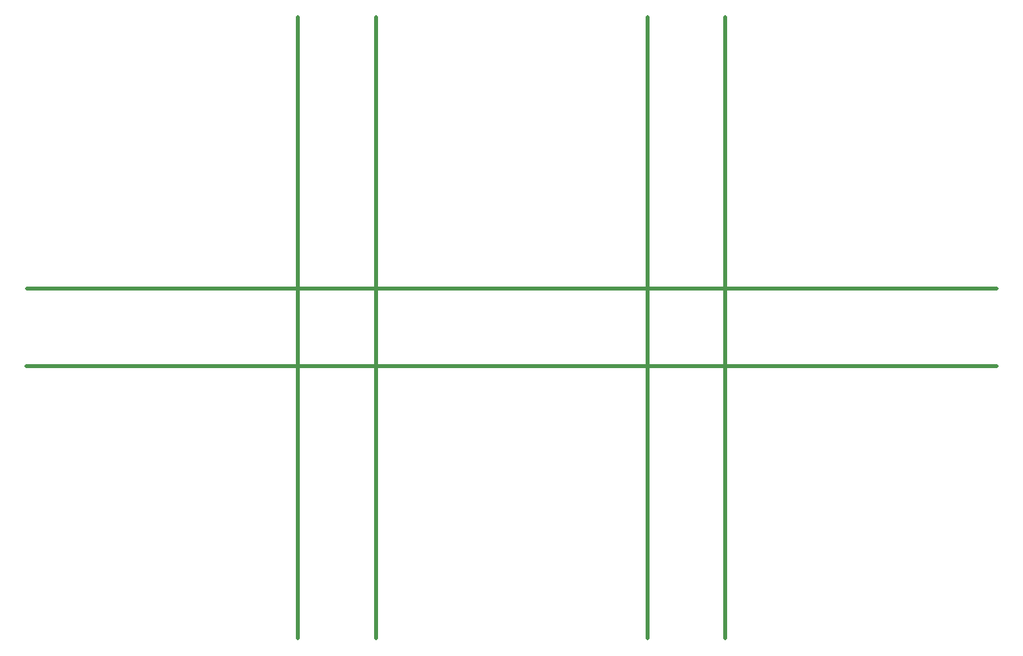
<source format=gbr>
%FSTAX44Y44*%
%MOMM*%
%SFA1B1*%

%IPPOS*%
%ADD127C,0.499999*%
%LNradar_1ghz_mechanical_3-1*%
%LPD*%
G54D127*
X00899999Y-00799999D02*
Y0D01*
X00799999Y-00799999D02*
Y0D01*
X00449999Y-00799999D02*
Y0D01*
X00000999Y-00349499D02*
X01249999D01*
X0Y-00449499D02*
X01249999D01*
X00349999Y-00799999D02*
Y0D01*
M02*
</source>
